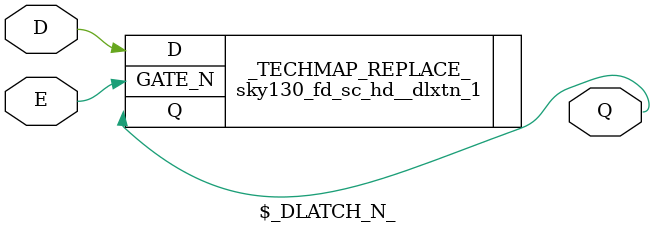
<source format=v>

module $_DLATCH_P_(input E, input D, output Q);
    sky130_fd_sc_hd__dlxtp_1 _TECHMAP_REPLACE_ (
        .D(D),
        .GATE(E),
        .Q(Q)
        );
endmodule

module $_DLATCH_N_(input E, input D, output Q);
    sky130_fd_sc_hd__dlxtn_1 _TECHMAP_REPLACE_ (
        .D(D),
        .GATE_N(E),
        .Q(Q)
        );
endmodule

</source>
